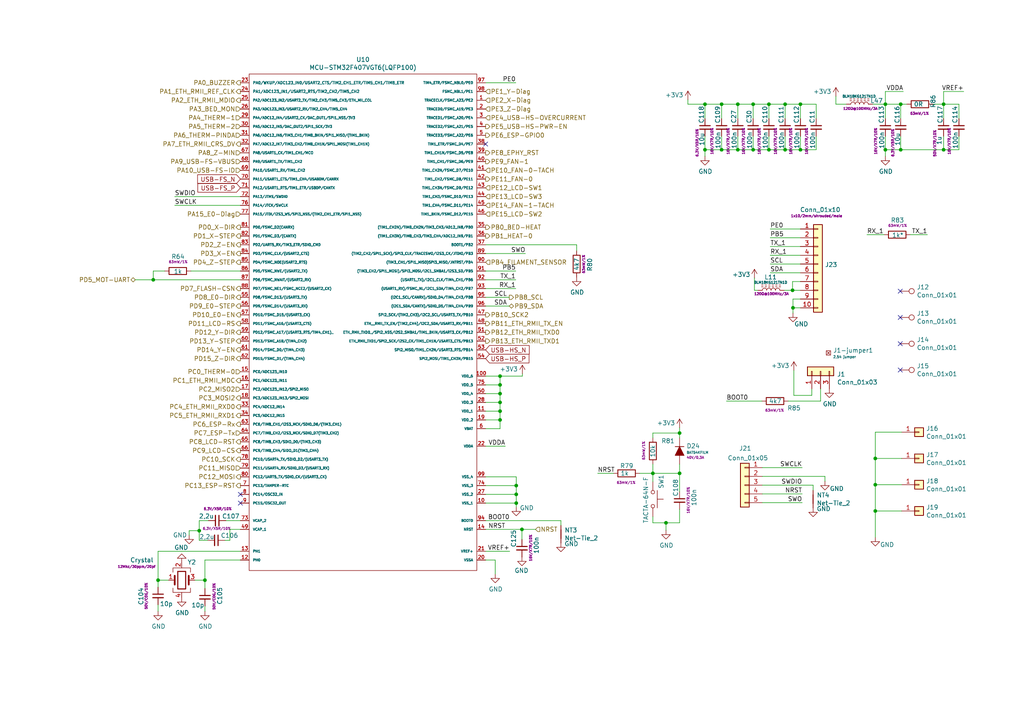
<source format=kicad_sch>
(kicad_sch (version 20211123) (generator eeschema)
  (paper "A4")
  (title_block (title "Buddy") (date "2019-10-24") (rev "v1.0.0") (company "PRUSA Research s.r.o.") (comment 1 "http://creativecommons.org/licenses/by-sa/4.0/") (comment 2 "Licensed under the Attribution-ShareAlike 4.0 International (CC BY-SA 4.0)"))
  (lib_symbols
    (symbol "BUDDY_v1.0.0-rescue:D_ALT-Device" (pin_numbers hide) (pin_names (offset 1.016) hide)
      (property "Reference" "D" (at 0 2.54 0))
      (property "Value" "D_ALT-Device" (at 0 -2.54 0))
      (symbol "D_ALT-Device_1_1"
        (pin passive line (at -3.81 0 0) (length 2.54) (name "K") (number "1"))
        (pin passive line (at 3.81 0 180) (length 2.54) (name "A") (number "2"))
      )
    )
    (symbol "BUDDY_v1.0.0-rescue:L_Core_Ferrite-Device" (pin_numbers hide) (pin_names (offset 1.016) hide)
      (property "Reference" "L" (at -1.27 0 90))
      (property "Value" "L_Core_Ferrite-Device" (at 2.794 0 90))
      (symbol "L_Core_Ferrite-Device_1_1"
        (pin passive line (at 0 3.81 270) (length 1.27) (name "1") (number "1"))
        (pin passive line (at 0 -3.81 90) (length 1.27) (name "2") (number "2"))
      )
    )
    (symbol "BUDDY_v1.0.0-rescue:MCU-STM32F407VGT6(LQFP100)-MCU_ST_STM32F4" (pin_names (offset 1.016))
      (property "Reference" "U" (at -33.0708 43.2562 0))
      (property "Value" "MCU-STM32F407VGT6(LQFP100)-MCU_ST_STM32F4" (at -35.052 55.372 0))
      (symbol "MCU-STM32F407VGT6(LQFP100)-MCU_ST_STM32F4_0_0"
        (pin bidirectional line (at 35.56 35.56 180) (length 2.54) (name "TRACECLK/FSMC_A23/PE2") (number "1"))
        (pin bidirectional line (at 35.56 -81.28 180) (length 2.54) (name "VSS_1") (number "10"))
        (pin power_in line (at 35.56 -44.45 180) (length 2.54) (name "VDD_6") (number "100"))
        (pin power_in line (at 35.56 -54.61 180) (length 2.54) (name "VDD_1") (number "11"))
        (pin bidirectional line (at -35.56 -97.79 0) (length 2.54) (name "PH0") (number "12"))
        (pin bidirectional line (at -35.56 -95.25 0) (length 2.54) (name "PH1") (number "13"))
        (pin bidirectional line (at 35.56 -88.9 180) (length 2.54) (name "NRST") (number "14"))
        (pin bidirectional line (at -35.56 -43.18 0) (length 2.54) (name "PC0/ADC123_IN10") (number "15"))
        (pin bidirectional line (at -35.56 -45.72 0) (length 2.54) (name "PC1/ADC123_IN11") (number "16"))
        (pin bidirectional line (at -35.56 -48.26 0) (length 2.54) (name "PC2/ADC123_IN12/SPI2_MISO") (number "17"))
        (pin bidirectional line (at -35.56 -50.8 0) (length 2.54) (name "PC3/ADC123_IN13/SPI2_MOSI") (number "18"))
        (pin power_in line (at 35.56 -57.15 180) (length 2.54) (name "VDD_2") (number "19"))
        (pin bidirectional line (at 35.56 33.02 180) (length 2.54) (name "TRACED0/FSMC_A19/PE3") (number "2"))
        (pin bidirectional line (at 35.56 -97.79 180) (length 2.54) (name "VSSA") (number "20"))
        (pin bidirectional line (at 35.56 -95.25 180) (length 2.54) (name "VREF+") (number "21"))
        (pin bidirectional line (at 35.56 -64.77 180) (length 2.54) (name "VDDA") (number "22"))
        (pin bidirectional line (at -35.56 40.64 0) (length 2.54) (name "PA0/WKUP/ADC123_IN0/USART2_CTS/TIM2_CH1_ETR/TIM5_CH1/TIM8_ETR") (number "23"))
        (pin bidirectional line (at -35.56 38.1 0) (length 2.54) (name "PA1/ADC123_IN1/USART2_RTS/TIM2_CH2/TIM5_CH2") (number "24"))
        (pin bidirectional line (at -35.56 35.56 0) (length 2.54) (name "PA2/ADC123_IN2/USART2_TX/TIM2_CH3/TIM5_CH3/ETH_MII_COL") (number "25"))
        (pin bidirectional line (at -35.56 33.02 0) (length 2.54) (name "PA3/ADC123_IN3/USART2_RX/TIM2_CH4/TIM5_CH4") (number "26"))
        (pin bidirectional line (at 35.56 -78.74 180) (length 2.54) (name "VSS_2") (number "27"))
        (pin power_in line (at 35.56 -52.07 180) (length 2.54) (name "VDD_3") (number "28"))
        (pin bidirectional line (at -35.56 30.48 0) (length 2.54) (name "PA4/ADC12_IN4/USART2_CK/DAC_OUT1/SPI1_NSS/3V3") (number "29"))
        (pin bidirectional line (at 35.56 30.48 180) (length 2.54) (name "TRACED1/FSMC_A20/PE4") (number "3"))
        (pin bidirectional line (at -35.56 27.94 0) (length 2.54) (name "PA5/ADC12_IN5/DAC_OUT2/SPI1_SCK/3V3") (number "30"))
        (pin bidirectional line (at -35.56 25.4 0) (length 2.54) (name "PA6/ADC12_IN6/TIM3_CH1/TIM8_BKIN/SPI1_MISO/(TIM1_BKIN)") (number "31"))
        (pin bidirectional line (at -35.56 22.86 0) (length 2.54) (name "PA7/ADC12_IN7/TIM3_CH2/TIM8_CH1N/SPI1_MOSI(TIM1_CH1N)") (number "32"))
        (pin bidirectional line (at -35.56 -53.34 0) (length 2.54) (name "PC4/ADC12_IN14") (number "33"))
        (pin bidirectional line (at -35.56 -55.88 0) (length 2.54) (name "PC5/ADC12_IN15") (number "34"))
        (pin bidirectional line (at 35.56 -1.27 180) (length 2.54) (name "(TIM1_CH2N)/TIM8_CH2N/TIM3_CH3/AD12_IN8/PB0") (number "35"))
        (pin bidirectional line (at 35.56 -3.81 180) (length 2.54) (name "(TIM1_CH3N)/TIM8_CH3/TIM3_CH4/ADC12_IN9/PB1") (number "36"))
        (pin bidirectional line (at 35.56 -6.35 180) (length 2.54) (name "BOOT1/PB2") (number "37"))
        (pin bidirectional line (at 35.56 22.86 180) (length 2.54) (name "TIM1_ETR/FSMC_D4/PE7") (number "38"))
        (pin bidirectional line (at 35.56 20.32 180) (length 2.54) (name "TIM1_CH1N/FSMC_D5/PE8") (number "39"))
        (pin bidirectional line (at 35.56 27.94 180) (length 2.54) (name "TRACED2/FSMC_A21/PE5") (number "4"))
        (pin bidirectional line (at 35.56 17.78 180) (length 2.54) (name "TIM1_CH1/FSMC_D6/PE9") (number "40"))
        (pin bidirectional line (at 35.56 15.24 180) (length 2.54) (name "TIM1_CH2N/FSMC_D7/PE10") (number "41"))
        (pin bidirectional line (at 35.56 12.7 180) (length 2.54) (name "TIM1_CH2/FSMC_D8/PE11") (number "42"))
        (pin bidirectional line (at 35.56 10.16 180) (length 2.54) (name "TIM1_CH3N/FSMC_D9/PE12") (number "43"))
        (pin bidirectional line (at 35.56 7.62 180) (length 2.54) (name "TIM1_CH3/FSMC_D10/PE13") (number "44"))
        (pin bidirectional line (at 35.56 5.08 180) (length 2.54) (name "TIM1_CH4/FSMC_D11/PE14") (number "45"))
        (pin bidirectional line (at 35.56 2.54 180) (length 2.54) (name "TIM1_BKIN/FSMC_D12/PE15") (number "46"))
        (pin bidirectional line (at 35.56 -26.67 180) (length 2.54) (name "SPI2_SCK/(TIM2_CH3)/I2C2_SCL/USART3_TX/PB10") (number "47"))
        (pin bidirectional line (at 35.56 -29.21 180) (length 2.54) (name "ETH__RMII_TX_EN/(TIM2_CH4)/I2C2_SDA/USART3_RX/PB11") (number "48"))
        (pin bidirectional line (at -35.56 -88.9 0) (length 2.54) (name "VCAP_1") (number "49"))
        (pin bidirectional line (at 35.56 25.4 180) (length 2.54) (name "TRACED3/FSMC_A22/PE6") (number "5"))
        (pin power_in line (at 35.56 -49.53 180) (length 2.54) (name "VDD_4") (number "50"))
        (pin bidirectional line (at 35.56 -31.75 180) (length 2.54) (name "ETH_RMII_TXD0_/SPI2_NSS/I2S2_SMBA1/TIM1_BKIN/USART3_CK/PB12") (number "51"))
        (pin bidirectional line (at 35.56 -34.29 180) (length 2.54) (name "ETH_RMII_TXD1/SPI2_SCK/I2S2_CK/TIM1_CH1N/USART3_CTS/PB13") (number "52"))
        (pin bidirectional line (at 35.56 -36.83 180) (length 2.54) (name "SPI2_MISO/TIM1_CH2N/USART3_RTS/PB14") (number "53"))
        (pin bidirectional line (at 35.56 -39.37 180) (length 2.54) (name "SPI2_MOSI/TIM1_CH3N/PB15") (number "54"))
        (pin bidirectional line (at -35.56 -21.59 0) (length 2.54) (name "PD8/FSMC_D13/(USART3_TX)") (number "55"))
        (pin bidirectional line (at -35.56 -24.13 0) (length 2.54) (name "PD9/FSMC_D14/(USART3_RX)") (number "56"))
        (pin bidirectional line (at -35.56 -26.67 0) (length 2.54) (name "PD10/FSMC_D15/(USART3_CK)") (number "57"))
        (pin bidirectional line (at -35.56 -29.21 0) (length 2.54) (name "PD11/FSMC_A16/(USART3_CTS)") (number "58"))
        (pin bidirectional line (at -35.56 -31.75 0) (length 2.54) (name "PD12/FSMC_A17/(USART3_RTS/TIM4_CH1)_") (number "59"))
        (pin power_in line (at 35.56 -59.69 180) (length 2.54) (name "VBAT") (number "6"))
        (pin bidirectional line (at -35.56 -34.29 0) (length 2.54) (name "PD13/FSMC_A18/(TIM4_CH2)") (number "60"))
        (pin bidirectional line (at -35.56 -36.83 0) (length 2.54) (name "PD14/FSMC_D0/(TIM4_CH3)") (number "61"))
        (pin bidirectional line (at -35.56 -39.37 0) (length 2.54) (name "PD15/FSMC_D1/(TIM4_CH4)") (number "62"))
        (pin bidirectional line (at -35.56 -58.42 0) (length 2.54) (name "PC6/TIM8_CH1/I2S3_MCK/SDIO_D6/(TIM3_CH1)") (number "63"))
        (pin bidirectional line (at -35.56 -60.96 0) (length 2.54) (name "PC7/TIM8_CH2/I2S3_MCK/SDIO_D7(TIM3_CH2)") (number "64"))
        (pin bidirectional line (at -35.56 -63.5 0) (length 2.54) (name "PC8/TIM8_CH3/SDIO_D0/(TIM3_CH3)") (number "65"))
        (pin bidirectional line (at -35.56 -66.04 0) (length 2.54) (name "PC9/TIM8_CH4/SIDO_D1(TIM3_CH4)") (number "66"))
        (pin bidirectional line (at -35.56 20.32 0) (length 2.54) (name "PA8/USART1_CK/TIM1_CH1/MCO") (number "67"))
        (pin bidirectional line (at -35.56 17.78 0) (length 2.54) (name "PA9/USART1_TX/TIM1_CH2") (number "68"))
        (pin bidirectional line (at -35.56 15.24 0) (length 2.54) (name "PA10/USART1_RX/TIM1_CH2") (number "69"))
        (pin bidirectional line (at -35.56 -76.2 0) (length 2.54) (name "PC13/TAMPER-RTC") (number "7"))
        (pin bidirectional line (at -35.56 12.7 0) (length 2.54) (name "PA11/USART1_CTS/TIM1_CH4/USABDM/CANRX") (number "70"))
        (pin bidirectional line (at -35.56 10.16 0) (length 2.54) (name "PA12/USART1_RTS/TIM1_ETR/USBDP/CANTX") (number "71"))
        (pin bidirectional line (at -35.56 7.62 0) (length 2.54) (name "PA13/JTMS/SWDIO") (number "72"))
        (pin bidirectional line (at -35.56 -86.36 0) (length 2.54) (name "VCAP_2") (number "73"))
        (pin bidirectional line (at 35.56 -76.2 180) (length 2.54) (name "VSS_3") (number "74"))
        (pin power_in line (at 35.56 -46.99 180) (length 2.54) (name "VDD_5") (number "75"))
        (pin bidirectional line (at -35.56 5.08 0) (length 2.54) (name "PA14/JTCK/SWCLK") (number "76"))
        (pin bidirectional line (at -35.56 2.54 0) (length 2.54) (name "PA15/JTDI/I2S3_WS/SPI3_NSS/(TIM2_CH1_ETR/SPI1_NSS)") (number "77"))
        (pin bidirectional line (at -35.56 -68.58 0) (length 2.54) (name "PC10/USART4_TX/SDIO_D2/(USART3_TX)") (number "78"))
        (pin bidirectional line (at -35.56 -71.12 0) (length 2.54) (name "PC11/USART4_RX/SDIO_D3/(USART3_RX)") (number "79"))
        (pin bidirectional line (at -35.56 -78.74 0) (length 2.54) (name "PC14/OSC32_IN") (number "8"))
        (pin bidirectional line (at -35.56 -73.66 0) (length 2.54) (name "PC12/UART5_TX/SDIO_CK/(USART3_CK)") (number "80"))
        (pin bidirectional line (at -35.56 -1.27 0) (length 2.54) (name "PD0/FSMC_D2(CANRX)") (number "81"))
        (pin bidirectional line (at -35.56 -3.81 0) (length 2.54) (name "PD1/FSMC_D3/(CANTX)") (number "82"))
        (pin bidirectional line (at -35.56 -6.35 0) (length 2.54) (name "PD2/UART5_RX/TIM3_ETR/SDIO_CMD") (number "83"))
        (pin bidirectional line (at -35.56 -8.89 0) (length 2.54) (name "PD3/FSMC_CLK/(USART2_CTS)") (number "84"))
        (pin bidirectional line (at -35.56 -11.43 0) (length 2.54) (name "PD4/FSMC_NOE(USART2_RTS)") (number "85"))
        (pin bidirectional line (at -35.56 -13.97 0) (length 2.54) (name "PD5/FSMC_NWE/(USART2_TX)") (number "86"))
        (pin bidirectional line (at -35.56 -16.51 0) (length 2.54) (name "PD6/FSMC_NWAIT/(USART2_RX)") (number "87"))
        (pin bidirectional line (at -35.56 -19.05 0) (length 2.54) (name "PD7/FSMC_NE1/FSMC_NCE2/(USART2_CK)") (number "88"))
        (pin bidirectional line (at 35.56 -8.89 180) (length 2.54) (name "(TIM2_CH2/SPI1_SCK)/SPI3_CLK/TRACESWO/I2S3_CK/JTDIO/PB3") (number "89"))
        (pin bidirectional line (at -35.56 -81.28 0) (length 2.54) (name "PC15/OSC32_OUT") (number "9"))
        (pin bidirectional line (at 35.56 -11.43 180) (length 2.54) (name "(TIM3_CH1/SPI1_MISO)SPI3_MISO/JNTRST/PB4") (number "90"))
        (pin bidirectional line (at 35.56 -13.97 180) (length 2.54) (name "(TIM3_CH2/SPI1_MOSI)/SPI3_MOSI/I2C1_SMBA1/I2S3_SD/PB5") (number "91"))
        (pin bidirectional line (at 35.56 -16.51 180) (length 2.54) (name "(USART1_TX)/I2C1_CLK/TIM4_CH1/PB6") (number "92"))
        (pin bidirectional line (at 35.56 -19.05 180) (length 2.54) (name "(USART1_RX)/FSMC_NL/I2C1_SDA/TIM4_CH2/PB7") (number "93"))
        (pin bidirectional line (at 35.56 -86.36 180) (length 2.54) (name "BOOT0") (number "94"))
        (pin bidirectional line (at 35.56 -21.59 180) (length 2.54) (name "(I2C1_SCL/CANRX)/SDIO_D4/TIM4_CH3/PB8") (number "95"))
        (pin bidirectional line (at 35.56 -24.13 180) (length 2.54) (name "(I2C1_SDA/CANTX)/SDIO_D5/TIM4_CH4/PB9") (number "96"))
        (pin bidirectional line (at 35.56 40.64 180) (length 2.54) (name "TIM4_ETR/FSMC_NBL0/PE0") (number "97"))
        (pin bidirectional line (at 35.56 38.1 180) (length 2.54) (name "FSMC_NBL1/PE1") (number "98"))
        (pin bidirectional line (at 35.56 -73.66 180) (length 2.54) (name "VSS_4") (number "99"))
      )
    )
    (symbol "BUDDY_v1.0.0-rescue:MEC-A3IDES-rescue" (pin_names (offset 1.016))
      (property "Reference" "M" (at 1.27 1.016 0))
      (property "Value" "MEC-A3IDES-rescue" (at 1.27 -0.762 0))
    )
    (symbol "BUDDY_v1.0.0-rescue:Net-Tie_2-Device" (pin_numbers hide) (pin_names (offset 0) hide)
      (property "Reference" "NT" (at 0 1.27 0))
      (property "Value" "Net-Tie_2-Device" (at 0 -1.27 0))
      (symbol "Net-Tie_2-Device_1_1"
        (pin passive line (at -2.54 0 0) (length 2.54) (name "1") (number "1"))
        (pin passive line (at 2.54 0 180) (length 2.54) (name "2") (number "2"))
      )
    )
    (symbol "BUDDY_v1.0.0-rescue:TestPoint_0-Connector" (pin_numbers hide) (pin_names (offset 0.762) hide)
      (property "Reference" "TP" (at 0 6.858 0))
      (property "Value" "TestPoint_0-Connector" (at 0 5.08 0))
      (symbol "TestPoint_0-Connector_1_1"
        (pin passive line (at 0 0 90) (length 2.54) (name "~") (number "~"))
      )
    )
    (symbol "Connector_Generic:Conn_01x01" (pin_names (offset 1.016) hide)
      (property "Reference" "J" (at 0 2.54 0))
      (property "Value" "Conn_01x01" (at 0 -2.54 0))
      (symbol "Conn_01x01_1_1"
        (pin passive line (at -5.08 0 0) (length 3.81) (name "Pin_1") (number "1"))
      )
    )
    (symbol "Connector_Generic:Conn_01x03" (pin_names (offset 1.016) hide)
      (property "Reference" "J" (at 0 5.08 0))
      (property "Value" "Conn_01x03" (at 0 -5.08 0))
      (symbol "Conn_01x03_1_1"
        (pin passive line (at -5.08 2.54 0) (length 3.81) (name "Pin_1") (number "1"))
        (pin passive line (at -5.08 0 0) (length 3.81) (name "Pin_2") (number "2"))
        (pin passive line (at -5.08 -2.54 0) (length 3.81) (name "Pin_3") (number "3"))
      )
    )
    (symbol "Connector_Generic:Conn_01x05" (pin_names (offset 1.016) hide)
      (property "Reference" "J" (at 0 7.62 0))
      (property "Value" "Conn_01x05" (at 0 -7.62 0))
      (symbol "Conn_01x05_1_1"
        (pin passive line (at -5.08 5.08 0) (length 3.81) (name "Pin_1") (number "1"))
        (pin passive line (at -5.08 2.54 0) (length 3.81) (name "Pin_2") (number "2"))
        (pin passive line (at -5.08 0 0) (length 3.81) (name "Pin_3") (number "3"))
        (pin passive line (at -5.08 -2.54 0) (length 3.81) (name "Pin_4") (number "4"))
        (pin passive line (at -5.08 -5.08 0) (length 3.81) (name "Pin_5") (number "5"))
      )
    )
    (symbol "Connector_Generic:Conn_01x10" (pin_names (offset 1.016) hide)
      (property "Reference" "J" (at 0 12.7 0))
      (property "Value" "Conn_01x10" (at 0 -15.24 0))
      (symbol "Conn_01x10_1_1"
        (pin passive line (at -5.08 10.16 0) (length 3.81) (name "Pin_1") (number "1"))
        (pin passive line (at -5.08 -12.7 0) (length 3.81) (name "Pin_10") (number "10"))
        (pin passive line (at -5.08 7.62 0) (length 3.81) (name "Pin_2") (number "2"))
        (pin passive line (at -5.08 5.08 0) (length 3.81) (name "Pin_3") (number "3"))
        (pin passive line (at -5.08 2.54 0) (length 3.81) (name "Pin_4") (number "4"))
        (pin passive line (at -5.08 0 0) (length 3.81) (name "Pin_5") (number "5"))
        (pin passive line (at -5.08 -2.54 0) (length 3.81) (name "Pin_6") (number "6"))
        (pin passive line (at -5.08 -5.08 0) (length 3.81) (name "Pin_7") (number "7"))
        (pin passive line (at -5.08 -7.62 0) (length 3.81) (name "Pin_8") (number "8"))
        (pin passive line (at -5.08 -10.16 0) (length 3.81) (name "Pin_9") (number "9"))
      )
    )
    (symbol "Device:C_Small" (pin_numbers hide) (pin_names (offset 0.254) hide)
      (property "Reference" "C" (at 0.254 1.778 0))
      (property "Value" "C_Small" (at 0.254 -2.032 0))
      (symbol "C_Small_1_1"
        (pin passive line (at 0 2.54 270) (length 2.032) (name "~") (number "1"))
        (pin passive line (at 0 -2.54 90) (length 2.032) (name "~") (number "2"))
      )
    )
    (symbol "Device:Crystal_GND24" (pin_names (offset 1.016) hide)
      (property "Reference" "Y" (at 3.175 5.08 0))
      (property "Value" "Crystal_GND24" (at 3.175 3.175 0))
      (symbol "Crystal_GND24_1_1"
        (pin passive line (at -3.81 0 0) (length 1.27) (name "1") (number "1"))
        (pin passive line (at 0 5.08 270) (length 1.27) (name "2") (number "2"))
        (pin passive line (at 3.81 0 180) (length 1.27) (name "3") (number "3"))
        (pin passive line (at 0 -5.08 90) (length 1.27) (name "4") (number "4"))
      )
    )
    (symbol "Device:R" (pin_numbers hide) (pin_names (offset 0))
      (property "Reference" "R" (at 2.032 0 90))
      (property "Value" "R" (at 0 0 90))
      (symbol "R_1_1"
        (pin passive line (at 0 3.81 270) (length 1.27) (name "~") (number "1"))
        (pin passive line (at 0 -3.81 90) (length 1.27) (name "~") (number "2"))
      )
    )
    (symbol "Switch:SW_Push" (pin_numbers hide) (pin_names (offset 1.016) hide)
      (property "Reference" "SW" (at 1.27 2.54 0))
      (property "Value" "SW_Push" (at 0 -1.524 0))
      (symbol "SW_Push_0_1"
        (pin passive line (at -5.08 0 0) (length 2.54) (name "1") (number "1"))
        (pin passive line (at 5.08 0 180) (length 2.54) (name "2") (number "2"))
      )
    )
    (symbol "power:+3.3V" (power) (pin_names (offset 0))
      (property "Value" "+3.3V" (at 0 3.556 0))
      (symbol "+3.3V_1_1"
        (pin power_in line (at 0 0 90) (length 0) hide (name "+3V3") (number "1"))
      )
    )
    (symbol "power:GND" (power) (pin_names (offset 0))
      (property "Value" "GND" (at 0 -3.81 0))
      (symbol "GND_1_1"
        (pin power_in line (at 0 0 270) (length 0) hide (name "GND") (number "1"))
      )
    )
  )
  (junction (at 204.47 43.434))
  (junction (at 57.785 153.924))
  (junction (at 145.034 109.093))
  (junction (at 149.733 140.843))
  (junction (at 261.239 43.434))
  (junction (at 256.794 43.434))
  (junction (at 209.296 30.226))
  (junction (at 273.685 30.226))
  (junction (at 197.104 125.603))
  (junction (at 253.873 148.209))
  (junction (at 253.873 132.969))
  (junction (at 59.436 168.275))
  (junction (at 145.034 114.173))
  (junction (at 145.034 111.633))
  (junction (at 256.794 30.226))
  (junction (at 149.733 143.383))
  (junction (at 223.012 43.434))
  (junction (at 261.239 30.226))
  (junction (at 227.711 43.434))
  (junction (at 218.44 30.226))
  (junction (at 232.156 30.226))
  (junction (at 232.156 43.434))
  (junction (at 193.167 151.638))
  (junction (at 218.44 43.434))
  (junction (at 227.711 30.226))
  (junction (at 229.87 84.201))
  (junction (at 229.997 89.281))
  (junction (at 223.012 30.226))
  (junction (at 44.45 81.153))
  (junction (at 149.733 145.923))
  (junction (at 145.034 116.713))
  (junction (at 145.034 119.253))
  (junction (at 213.995 30.226))
  (junction (at 273.685 43.434))
  (junction (at 209.296 43.434))
  (junction (at 253.873 140.589))
  (junction (at 204.47 30.226))
  (junction (at 151.384 153.543))
  (junction (at 45.847 168.275))
  (junction (at 145.034 121.793))
  (junction (at 189.357 137.287))
  (junction (at 197.104 137.287))
  (junction (at 213.995 43.434))
  (no_connect (at 261.112 92.075))
  (no_connect (at 69.723 145.923))
  (no_connect (at 140.843 41.783))
  (no_connect (at 261.112 107.315))
  (no_connect (at 69.723 143.383))
  (no_connect (at 261.112 84.455))
  (no_connect (at 261.112 99.695))
  (wire (pts (xy 59.436 168.275) (xy 59.436 162.433)))
  (wire (pts (xy 140.843 159.893) (xy 147.828 159.893)))
  (wire (pts (xy 199.517 30.226) (xy 199.517 28.956)))
  (wire (pts (xy 228.6 116.332) (xy 237.998 116.332)))
  (wire (pts (xy 273.685 30.226) (xy 273.685 34.417)))
  (wire (pts (xy 273.685 43.434) (xy 278.13 43.434)))
  (wire (pts (xy 242.443 30.226) (xy 245.491 30.226)))
  (wire (pts (xy 69.723 151.003) (xy 65.532 151.003)))
  (wire (pts (xy 59.436 162.433) (xy 69.723 162.433)))
  (wire (pts (xy 204.47 43.434) (xy 209.296 43.434)))
  (wire (pts (xy 44.45 81.153) (xy 69.723 81.153)))
  (wire (pts (xy 273.685 30.226) (xy 273.685 26.543)))
  (wire (pts (xy 193.167 153.797) (xy 193.167 151.638)))
  (wire (pts (xy 145.034 124.333) (xy 140.843 124.333)))
  (wire (pts (xy 197.104 151.638) (xy 193.167 151.638)))
  (wire (pts (xy 44.45 78.613) (xy 47.752 78.613)))
  (wire (pts (xy 145.034 109.093) (xy 145.034 111.633)))
  (wire (pts (xy 235.458 112.776) (xy 235.458 114.681)))
  (wire (pts (xy 256.794 43.434) (xy 261.239 43.434)))
  (wire (pts (xy 270.637 30.226) (xy 273.685 30.226)))
  (wire (pts (xy 204.47 43.434) (xy 204.47 39.497)))
  (wire (pts (xy 197.104 137.287) (xy 197.104 134.62)))
  (wire (pts (xy 45.847 177.292) (xy 45.847 175.387)))
  (wire (pts (xy 140.843 86.233) (xy 147.701 86.233)))
  (wire (pts (xy 235.458 114.681) (xy 230.251 114.681)))
  (wire (pts (xy 140.843 114.173) (xy 145.034 114.173)))
  (wire (pts (xy 140.843 138.303) (xy 149.733 138.303)))
  (wire (pts (xy 193.167 151.638) (xy 189.357 151.638)))
  (wire (pts (xy 140.843 121.793) (xy 145.034 121.793)))
  (wire (pts (xy 55.372 78.613) (xy 69.723 78.613)))
  (wire (pts (xy 45.847 168.275) (xy 48.895 168.275)))
  (wire (pts (xy 229.997 86.741) (xy 232.156 86.741)))
  (wire (pts (xy 57.785 156.718) (xy 57.785 153.924)))
  (wire (pts (xy 236.728 30.226) (xy 236.728 34.417)))
  (wire (pts (xy 140.843 119.253) (xy 145.034 119.253)))
  (wire (pts (xy 239.268 138.176) (xy 239.268 139.573)))
  (wire (pts (xy 278.13 30.226) (xy 278.13 34.417)))
  (wire (pts (xy 218.821 80.645) (xy 218.821 84.201)))
  (wire (pts (xy 218.44 43.434) (xy 223.012 43.434)))
  (wire (pts (xy 143.637 162.433) (xy 143.637 166.497)))
  (wire (pts (xy 256.413 68.072) (xy 251.46 68.072)))
  (wire (pts (xy 253.111 30.226) (xy 256.794 30.226)))
  (wire (pts (xy 229.87 81.661) (xy 232.156 81.661)))
  (wire (pts (xy 261.493 140.589) (xy 253.873 140.589)))
  (wire (pts (xy 59.436 175.768) (xy 59.436 177.292)))
  (wire (pts (xy 218.44 30.226) (xy 213.995 30.226)))
  (wire (pts (xy 227.711 39.497) (xy 227.711 43.434)))
  (wire (pts (xy 253.873 125.349) (xy 253.873 132.969)))
  (wire (pts (xy 140.843 109.093) (xy 145.034 109.093)))
  (wire (pts (xy 261.239 43.434) (xy 273.685 43.434)))
  (wire (pts (xy 197.104 137.287) (xy 189.357 137.287)))
  (wire (pts (xy 242.443 30.226) (xy 242.443 27.94)))
  (wire (pts (xy 227.711 43.434) (xy 232.156 43.434)))
  (wire (pts (xy 140.843 70.993) (xy 167.259 70.993)))
  (wire (pts (xy 256.794 30.226) (xy 261.239 30.226)))
  (wire (pts (xy 253.873 132.969) (xy 253.873 140.589)))
  (wire (pts (xy 60.198 156.718) (xy 57.785 156.718)))
  (wire (pts (xy 145.034 116.713) (xy 145.034 119.253)))
  (wire (pts (xy 44.45 81.153) (xy 39.243 81.153)))
  (wire (pts (xy 65.278 156.718) (xy 66.675 156.718)))
  (wire (pts (xy 209.296 43.434) (xy 213.995 43.434)))
  (wire (pts (xy 44.45 81.153) (xy 44.45 78.613)))
  (wire (pts (xy 197.104 127) (xy 197.104 125.603)))
  (wire (pts (xy 140.843 151.003) (xy 162.687 151.003)))
  (wire (pts (xy 151.511 108.458) (xy 151.511 109.093)))
  (wire (pts (xy 223.012 39.497) (xy 223.012 43.434)))
  (wire (pts (xy 209.296 39.497) (xy 209.296 43.434)))
  (wire (pts (xy 232.664 145.796) (xy 221.107 145.796)))
  (wire (pts (xy 149.733 140.843) (xy 149.733 138.303)))
  (wire (pts (xy 54.864 155.194) (xy 54.864 153.924)))
  (wire (pts (xy 145.034 119.253) (xy 145.034 121.793)))
  (wire (pts (xy 197.104 142.621) (xy 197.104 137.287)))
  (wire (pts (xy 210.693 116.332) (xy 220.98 116.332)))
  (wire (pts (xy 56.515 168.275) (xy 59.436 168.275)))
  (wire (pts (xy 256.794 30.226) (xy 256.794 34.417)))
  (wire (pts (xy 140.843 111.633) (xy 145.034 111.633)))
  (wire (pts (xy 236.728 30.226) (xy 232.156 30.226)))
  (wire (pts (xy 273.685 39.497) (xy 273.685 43.434)))
  (wire (pts (xy 140.843 73.533) (xy 152.4 73.533)))
  (wire (pts (xy 229.997 89.281) (xy 229.997 86.741)))
  (wire (pts (xy 229.997 90.805) (xy 229.997 89.281)))
  (wire (pts (xy 189.357 137.287) (xy 189.357 134.62)))
  (wire (pts (xy 213.995 30.226) (xy 213.995 34.417)))
  (wire (pts (xy 204.47 43.434) (xy 204.47 45.339)))
  (wire (pts (xy 140.843 145.923) (xy 149.733 145.923)))
  (wire (pts (xy 189.357 137.287) (xy 189.357 139.7)))
  (wire (pts (xy 227.457 84.201) (xy 229.87 84.201)))
  (wire (pts (xy 140.843 116.713) (xy 145.034 116.713)))
  (wire (pts (xy 189.357 125.603) (xy 197.104 125.603)))
  (wire (pts (xy 145.034 121.793) (xy 145.034 124.333)))
  (wire (pts (xy 223.393 79.121) (xy 232.156 79.121)))
  (wire (pts (xy 256.794 26.543) (xy 262.001 26.543)))
  (wire (pts (xy 213.995 43.434) (xy 218.44 43.434)))
  (wire (pts (xy 66.675 153.543) (xy 69.723 153.543)))
  (wire (pts (xy 209.296 30.226) (xy 213.995 30.226)))
  (wire (pts (xy 232.156 30.226) (xy 227.711 30.226)))
  (wire (pts (xy 145.034 111.633) (xy 145.034 114.173)))
  (wire (pts (xy 162.687 151.003) (xy 162.687 152.4)))
  (wire (pts (xy 227.711 30.226) (xy 223.012 30.226)))
  (wire (pts (xy 253.873 140.589) (xy 253.873 148.209)))
  (wire (pts (xy 223.012 30.226) (xy 223.012 34.417)))
  (wire (pts (xy 140.843 24.003) (xy 149.606 24.003)))
  (wire (pts (xy 66.675 156.718) (xy 66.675 153.543)))
  (wire (pts (xy 50.673 59.563) (xy 69.723 59.563)))
  (wire (pts (xy 273.685 26.543) (xy 279.527 26.543)))
  (wire (pts (xy 256.794 39.497) (xy 256.794 43.434)))
  (wire (pts (xy 140.843 88.773) (xy 147.701 88.773)))
  (wire (pts (xy 140.843 129.413) (xy 146.558 129.413)))
  (wire (pts (xy 268.986 68.072) (xy 264.033 68.072)))
  (wire (pts (xy 54.864 153.924) (xy 57.785 153.924)))
  (wire (pts (xy 223.393 71.501) (xy 232.156 71.501)))
  (wire (pts (xy 261.493 125.349) (xy 253.873 125.349)))
  (wire (pts (xy 253.873 148.209) (xy 253.873 155.829)))
  (wire (pts (xy 232.156 66.421) (xy 223.393 66.421)))
  (wire (pts (xy 50.673 57.023) (xy 69.723 57.023)))
  (wire (pts (xy 204.47 30.226) (xy 209.296 30.226)))
  (wire (pts (xy 45.847 170.307) (xy 45.847 168.275)))
  (wire (pts (xy 236.728 43.434) (xy 236.728 39.497)))
  (wire (pts (xy 221.107 138.176) (xy 239.268 138.176)))
  (wire (pts (xy 177.927 137.287) (xy 173.355 137.287)))
  (wire (pts (xy 221.107 143.256) (xy 232.664 143.256)))
  (wire (pts (xy 221.107 135.636) (xy 232.664 135.636)))
  (wire (pts (xy 253.873 132.969) (xy 261.493 132.969)))
  (wire (pts (xy 140.843 83.693) (xy 149.606 83.693)))
  (wire (pts (xy 213.995 39.497) (xy 213.995 43.434)))
  (wire (pts (xy 189.357 151.638) (xy 189.357 149.86)))
  (wire (pts (xy 149.733 143.383) (xy 149.733 140.843)))
  (wire (pts (xy 219.837 84.201) (xy 218.821 84.201)))
  (wire (pts (xy 261.239 30.226) (xy 261.239 34.417)))
  (wire (pts (xy 189.357 127) (xy 189.357 125.603)))
  (wire (pts (xy 140.843 143.383) (xy 149.733 143.383)))
  (wire (pts (xy 140.843 81.153) (xy 149.606 81.153)))
  (wire (pts (xy 197.104 147.701) (xy 197.104 151.638)))
  (wire (pts (xy 223.393 76.581) (xy 232.156 76.581)))
  (wire (pts (xy 140.843 140.843) (xy 149.733 140.843)))
  (wire (pts (xy 232.156 30.226) (xy 232.156 34.417)))
  (wire (pts (xy 149.733 147.066) (xy 149.733 145.923)))
  (wire (pts (xy 197.104 125.603) (xy 197.104 124.079)))
  (wire (pts (xy 223.012 30.226) (xy 218.44 30.226)))
  (wire (pts (xy 149.733 145.923) (xy 149.733 143.383)))
  (wire (pts (xy 223.012 43.434) (xy 227.711 43.434)))
  (wire (pts (xy 273.685 30.226) (xy 278.13 30.226)))
  (wire (pts (xy 229.87 81.661) (xy 229.87 84.201)))
  (wire (pts (xy 167.259 70.993) (xy 167.259 72.771)))
  (wire (pts (xy 140.843 162.433) (xy 143.637 162.433)))
  (wire (pts (xy 256.794 43.434) (xy 256.794 45.339)))
  (wire (pts (xy 140.843 153.543) (xy 151.384 153.543)))
  (wire (pts (xy 230.251 114.681) (xy 230.251 107.442)))
  (wire (pts (xy 57.785 153.924) (xy 57.785 151.003)))
  (wire (pts (xy 221.107 140.716) (xy 235.839 140.716)))
  (wire (pts (xy 151.384 153.543) (xy 155.321 153.543)))
  (wire (pts (xy 278.13 43.434) (xy 278.13 39.497)))
  (wire (pts (xy 57.785 151.003) (xy 60.452 151.003)))
  (wire (pts (xy 261.239 43.434) (xy 261.239 39.497)))
  (wire (pts (xy 140.843 78.613) (xy 149.606 78.613)))
  (wire (pts (xy 227.711 30.226) (xy 227.711 34.417)))
  (wire (pts (xy 59.436 170.688) (xy 59.436 168.275)))
  (wire (pts (xy 145.034 114.173) (xy 145.034 116.713)))
  (wire (pts (xy 45.847 159.893) (xy 45.847 168.275)))
  (wire (pts (xy 232.156 43.434) (xy 232.156 39.497)))
  (wire (pts (xy 204.47 30.226) (xy 204.47 34.417)))
  (wire (pts (xy 218.44 39.497) (xy 218.44 43.434)))
  (wire (pts (xy 232.156 43.434) (xy 236.728 43.434)))
  (wire (pts (xy 151.384 156.464) (xy 151.384 153.543)))
  (wire (pts (xy 232.156 89.281) (xy 229.997 89.281)))
  (wire (pts (xy 253.873 148.209) (xy 261.493 148.209)))
  (wire (pts (xy 145.034 109.093) (xy 151.511 109.093)))
  (wire (pts (xy 223.393 74.041) (xy 232.156 74.041)))
  (wire (pts (xy 256.794 30.226) (xy 256.794 26.543)))
  (wire (pts (xy 45.847 159.893) (xy 69.723 159.893)))
  (wire (pts (xy 235.839 140.716) (xy 235.839 142.24)))
  (wire (pts (xy 185.547 137.287) (xy 189.357 137.287)))
  (wire (pts (xy 199.517 30.226) (xy 204.47 30.226)))
  (wire (pts (xy 237.998 116.332) (xy 237.998 112.776)))
  (wire (pts (xy 229.87 84.201) (xy 232.156 84.201)))
  (wire (pts (xy 261.239 30.226) (xy 263.017 30.226)))
  (wire (pts (xy 218.44 30.226) (xy 218.44 34.417)))
  (wire (pts (xy 209.296 30.226) (xy 209.296 34.417)))
  (wire (pts (xy 232.156 68.961) (xy 223.393 68.961)))
  (label "VDDA" (at 146.558 129.413 180))
  (label "NRST" (at 141.605 153.543 0))
  (label "SWDIO" (at 50.673 57.023 0))
  (label "TX_1" (at 268.986 68.072 180))
  (label "PE0" (at 149.606 24.003 180))
  (label "SCL" (at 223.393 76.581 0))
  (label "TX_1" (at 223.393 71.501 0))
  (label "PE0" (at 223.393 66.421 0))
  (label "SDA" (at 147.066 88.773 180))
  (label "SWCLK" (at 50.673 59.563 0))
  (label "SWO" (at 152.4 73.533 180))
  (label "VREF+" (at 147.828 159.893 180))
  (label "TX_1" (at 149.606 81.153 180))
  (label "VDDA" (at 262.001 26.543 180))
  (label "RX_1" (at 251.46 68.072 0))
  (label "SWO" (at 232.664 145.796 180))
  (label "SCL" (at 147.066 86.233 180))
  (label "VREF+" (at 279.527 26.543 180))
  (label "SWDIO" (at 232.664 140.716 180))
  (label "NRST" (at 232.664 143.256 180))
  (label "SWCLK" (at 232.664 135.636 180))
  (label "SDA" (at 223.393 79.121 0))
  (label "NRST" (at 173.355 137.287 0))
  (label "PB5" (at 223.393 68.961 0))
  (label "PB5" (at 149.606 78.613 180))
  (label "RX_1" (at 149.606 83.693 180))
  (label "BOOT0" (at 210.693 116.332 0))
  (label "RX_1" (at 223.393 74.041 0))
  (label "BOOT0" (at 147.828 151.003 180))
  (global_label "USB-FS_N" (shape input) (at 69.723 51.943 180) (property "Intersheet References" "${INTERSHEET_REFS}" (effects hide)))
  (global_label "USB-HS_P" (shape input) (at 140.843 104.013 0) (property "Intersheet References" "${INTERSHEET_REFS}" (effects hide)))
  (global_label "USB-HS_N" (shape input) (at 140.843 101.473 0) (property "Intersheet References" "${INTERSHEET_REFS}" (effects hide)))
  (global_label "USB-FS_P" (shape input) (at 69.723 54.483 180) (property "Intersheet References" "${INTERSHEET_REFS}" (effects hide)))
  (hierarchical_label "PE3_Z-Diag" (shape input) (at 140.843 31.623 0))
  (hierarchical_label "PE4_USB-HS-OVERCURRENT" (shape input) (at 140.843 34.163 0))
  (hierarchical_label "PA0_BUZZER" (shape output) (at 69.723 24.003 180))
  (hierarchical_label "PC11_MISO" (shape input) (at 69.723 135.763 180))
  (hierarchical_label "PD7_FLASH-CSN" (shape output) (at 69.723 83.693 180))
  (hierarchical_label "PA1_ETH_RMII_REF_CLK" (shape output) (at 69.723 26.543 180))
  (hierarchical_label "PB1_HEAT-0" (shape output) (at 140.843 68.453 0))
  (hierarchical_label "PB12_ETH_RMII_TXD0" (shape output) (at 140.843 96.393 0))
  (hierarchical_label "PB10_SCK2" (shape output) (at 140.843 91.313 0))
  (hierarchical_label "NRST" (shape input) (at 155.321 153.543 0))
  (hierarchical_label "PC13_ESP-RST" (shape output) (at 69.723 140.843 180))
  (hierarchical_label "PC5_ETH_RMII_RXD1" (shape output) (at 69.723 120.523 180))
  (hierarchical_label "PE1_Y-Diag" (shape input) (at 140.843 26.543 0))
  (hierarchical_label "PE13_LCD-SW3" (shape input) (at 140.843 57.023 0))
  (hierarchical_label "PE8_EPHY_RST" (shape output) (at 140.843 44.323 0))
  (hierarchical_label "PC6_ESP-Rx" (shape output) (at 69.723 123.063 180))
  (hierarchical_label "PB4_FILAMENT_SENSOR" (shape input) (at 140.843 76.073 0))
  (hierarchical_label "PA2_ETH_RMII_MDIO" (shape output) (at 69.723 29.083 180))
  (hierarchical_label "PA7_ETH_RMII_CRS_DV" (shape output) (at 69.723 41.783 180))
  (hierarchical_label "PD4_Z-STEP" (shape output) (at 69.723 76.073 180))
  (hierarchical_label "PE11_FAN-0" (shape output) (at 140.843 51.943 0))
  (hierarchical_label "PB13_ETH_RMII_TXD1" (shape output) (at 140.843 98.933 0))
  (hierarchical_label "PD2_Z-EN" (shape output) (at 69.723 70.993 180))
  (hierarchical_label "PD8_E0-DIR" (shape output) (at 69.723 86.233 180))
  (hierarchical_label "PD0_X-DIR" (shape output) (at 69.723 65.913 180))
  (hierarchical_label "PA9_USB-FS-VBUS" (shape input) (at 69.723 46.863 180))
  (hierarchical_label "PC10_SCK" (shape output) (at 69.723 133.223 180))
  (hierarchical_label "PD1_X-STEP" (shape output) (at 69.723 68.453 180))
  (hierarchical_label "PD11_LCD-RS" (shape output) (at 69.723 93.853 180))
  (hierarchical_label "PE9_FAN-1" (shape output) (at 140.843 46.863 0))
  (hierarchical_label "PB0_BED-HEAT" (shape output) (at 140.843 65.913 0))
  (hierarchical_label "PC7_ESP-Tx" (shape input) (at 69.723 125.603 180))
  (hierarchical_label "PD5_MOT-UART" (shape bidirectional) (at 39.243 81.153 180))
  (hierarchical_label "PE5_USB-HS-PWR-EN" (shape output) (at 140.843 36.703 0))
  (hierarchical_label "PC3_MOSI2" (shape output) (at 69.723 115.443 180))
  (hierarchical_label "PE14_FAN-1-TACH" (shape input) (at 140.843 59.563 0))
  (hierarchical_label "PE15_LCD-SW2" (shape input) (at 140.843 62.103 0))
  (hierarchical_label "PD10_E0-EN" (shape output) (at 69.723 91.313 180))
  (hierarchical_label "PA5_THERM-2" (shape input) (at 69.723 36.703 180))
  (hierarchical_label "PC12_MOSI" (shape output) (at 69.723 138.303 180))
  (hierarchical_label "PC0_THERM-0" (shape input) (at 69.723 107.823 180))
  (hierarchical_label "PD13_Y-STEP" (shape output) (at 69.723 98.933 180))
  (hierarchical_label "PA8_Z-MIN" (shape input) (at 69.723 44.323 180))
  (hierarchical_label "PE12_LCD-SW1" (shape input) (at 140.843 54.483 0))
  (hierarchical_label "PE2_X-Diag" (shape input) (at 140.843 29.083 0))
  (hierarchical_label "PC8_LCD-RST" (shape output) (at 69.723 128.143 180))
  (hierarchical_label "PD9_E0-STEP" (shape output) (at 69.723 88.773 180))
  (hierarchical_label "PD14_Y-EN" (shape output) (at 69.723 101.473 180))
  (hierarchical_label "PC9_LCD-CS" (shape output) (at 69.723 130.683 180))
  (hierarchical_label "PB11_ETH_RMII_TX_EN" (shape output) (at 140.843 93.853 0))
  (hierarchical_label "PA3_BED_MON" (shape input) (at 69.723 31.623 180))
  (hierarchical_label "PC4_ETH_RMII_RXD0" (shape output) (at 69.723 117.983 180))
  (hierarchical_label "PD15_Z-DIR" (shape output) (at 69.723 104.013 180))
  (hierarchical_label "PA4_THERM-1" (shape input) (at 69.723 34.163 180))
  (hierarchical_label "PE10_FAN-0-TACH" (shape input) (at 140.843 49.403 0))
  (hierarchical_label "PC1_ETH_RMII_MDC" (shape output) (at 69.723 110.363 180))
  (hierarchical_label "PA10_USB-FS-ID" (shape input) (at 69.723 49.403 180))
  (hierarchical_label "PD3_X-EN" (shape output) (at 69.723 73.533 180))
  (hierarchical_label "PA15_E0-Diag" (shape input) (at 69.723 62.103 180))
  (hierarchical_label "PB9_SDA" (shape bidirectional) (at 147.701 88.773 0))
  (hierarchical_label "PA6_THERM-PINDA" (shape input) (at 69.723 39.243 180))
  (hierarchical_label "PE6_ESP-GPIO0" (shape output) (at 140.843 39.243 0))
  (hierarchical_label "PD12_Y-DIR" (shape output) (at 69.723 96.393 180))
  (hierarchical_label "PB8_SCL" (shape output) (at 147.701 86.233 0))
  (hierarchical_label "PC2_MISO2" (shape input) (at 69.723 112.903 180))
  (symbol (lib_id "power:+3.3V") (at 199.517 28.956 0) (unit 1)
    (property "Reference" "#PWR0180" (effects hide))
    (property "Value" "+3.3V" (at 195.58 27.559 0))
  )
  (symbol (lib_id "power:GND") (at 204.47 45.339 0) (unit 1)
    (property "Reference" "#PWR0181" (effects hide))
    (property "Value" "GND" (at 204.597 49.7332 0))
  )
  (symbol (lib_id "power:+3.3V") (at 242.443 27.94 0) (unit 1)
    (property "Reference" "#PWR0174" (effects hide))
    (property "Value" "+3.3V" (at 238.506 26.543 0))
  )
  (symbol (lib_id "power:GND") (at 256.794 45.339 0) (unit 1)
    (property "Reference" "#PWR0193" (effects hide))
    (property "Value" "GND" (at 256.921 49.7332 0))
  )
  (symbol (lib_id "Device:C_Small") (at 204.47 36.957 0) (unit 1)
    (property "Reference" "C118" (at 203.454 35.814 90) (effects (justify left)))
    (property "Value" "10u" (at 203.581 42.291 90) (effects (justify left)))
    (property "Footprint" "A3IDES_footprints:C_0603_1608Metric" (effects hide))
    (property "req" "6,3V/X5R/10%" (at 202.184 45.466 90) (effects (font (size 0.7112 0.7112)) (justify left)))
  )
  (symbol (lib_id "BUDDY_v1.0.0-rescue:D_ALT-Device") (at 197.104 130.81 270) (unit 1)
    (property "Reference" "D24" (at 199.1106 129.3622 90) (effects (justify left)))
    (property "Value" "BAT54KFILM" (at 199.1106 131.2418 90) (effects (font (size 0.7112 0.7112)) (justify left)))
    (property "Footprint" "Diode_SMD:D_SOD-523" (effects hide))
    (property "req" "40V/0,3A" (at 199.1106 132.6896 90) (effects (font (size 0.7112 0.7112)) (justify left)))
  )
  (symbol (lib_id "Connector_Generic:Conn_01x05") (at 216.027 140.716 0) (mirror y) (unit 1)
    (property "Reference" "J21" (at 216.154 130.048 0))
    (property "Value" "Conn_01x05" (at 216.916 132.842 0))
    (property "Footprint" "Connector_PinHeader_2.54mm:PinHeader_1x05_P2.54mm_Vertical" (effects hide))
  )
  (symbol (lib_id "power:GND") (at 239.268 139.573 0) (unit 1)
    (property "Reference" "#PWR047" (effects hide))
    (property "Value" "GND" (at 242.697 141.732 0))
  )
  (symbol (lib_id "Device:C_Small") (at 236.728 36.957 0) (unit 1)
    (property "Reference" "C11" (at 235.585 35.814 90) (effects (justify left)))
    (property "Value" "100n" (at 235.712 43.18 90) (effects (justify left)))
    (property "Footprint" "A3IDES_footprints:C_0402_1005Metric" (effects hide))
    (property "req" "16V/X7R/10%" (at 233.934 44.831 90) (effects (font (size 0.7112 0.7112)) (justify left)))
  )
  (symbol (lib_id "power:GND") (at 52.705 173.355 0) (unit 1)
    (property "Reference" "#PWR0191" (effects hide))
    (property "Value" "GND" (at 52.832 177.7492 0))
  )
  (symbol (lib_id "power:GND") (at 52.705 163.195 180) (unit 1)
    (property "Reference" "#PWR0192" (effects hide))
    (property "Value" "GND" (at 52.578 158.8008 0))
  )
  (symbol (lib_id "Device:R") (at 51.562 78.613 90) (unit 1)
    (property "Reference" "R64" (at 53.594 74.422 90) (effects (justify left)))
    (property "Value" "1k" (at 52.832 78.74 90) (effects (justify left)))
    (property "Footprint" "A3IDES_footprints:R_0402_1005Metric" (effects hide))
    (property "req" "63mW/1%" (at 51.689 75.946 90) (effects (font (size 0.7112 0.7112))))
  )
  (symbol (lib_id "Connector_Generic:Conn_01x01") (at 266.573 125.349 0) (unit 1)
    (property "Reference" "J16" (at 268.605 124.2822 0) (effects (justify left)))
    (property "Value" "Conn_01x01" (at 268.605 126.5936 0) (effects (justify left)))
    (property "Footprint" "A3IDES_footprints:MountingHole_3.2mm_M3_ISO14580_Pad" (effects hide))
  )
  (symbol (lib_id "Connector_Generic:Conn_01x01") (at 266.573 132.969 0) (unit 1)
    (property "Reference" "J17" (at 268.605 131.9022 0) (effects (justify left)))
    (property "Value" "Conn_01x01" (at 268.605 134.2136 0) (effects (justify left)))
    (property "Footprint" "A3IDES_footprints:MountingHole_3.2mm_M3_ISO14580_Pad" (effects hide))
  )
  (symbol (lib_id "Connector_Generic:Conn_01x01") (at 266.573 140.589 0) (unit 1)
    (property "Reference" "J18" (at 268.605 139.5222 0) (effects (justify left)))
    (property "Value" "Conn_01x01" (at 268.605 141.8336 0) (effects (justify left)))
    (property "Footprint" "A3IDES_footprints:MountingHole_3.2mm_M3_ISO14580_Pad" (effects hide))
  )
  (symbol (lib_id "Connector_Generic:Conn_01x01") (at 266.573 148.209 0) (unit 1)
    (property "Reference" "J19" (at 268.605 147.1422 0) (effects (justify left)))
    (property "Value" "Conn_01x01" (at 268.605 149.4536 0) (effects (justify left)))
    (property "Footprint" "A3IDES_footprints:MountingHole_3.2mm_M3_ISO14580_Pad" (effects hide))
  )
  (symbol (lib_id "power:GND") (at 253.873 155.829 0) (unit 1)
    (property "Reference" "#PWR0194" (effects hide))
    (property "Value" "GND" (at 257.302 157.988 0))
  )
  (symbol (lib_id "BUDDY_v1.0.0-rescue:TestPoint_0-Connector") (at 261.112 84.455 270) (unit 1)
    (property "Reference" "J12" (at 265.8872 83.2866 90) (effects (justify left)))
    (property "Value" "Conn_01x01" (at 265.8872 85.598 90) (effects (justify left)))
    (property "Footprint" "A3IDES_footprints:Fiducial_1mm_Dia_2.54mm_Outer_CopperTop" (effects hide))
  )
  (symbol (lib_id "BUDDY_v1.0.0-rescue:TestPoint_0-Connector") (at 261.112 92.075 270) (unit 1)
    (property "Reference" "J13" (at 265.8872 90.9066 90) (effects (justify left)))
    (property "Value" "Conn_01x01" (at 265.8872 93.218 90) (effects (justify left)))
    (property "Footprint" "A3IDES_footprints:Fiducial_1mm_Dia_2.54mm_Outer_CopperTop" (effects hide))
  )
  (symbol (lib_id "BUDDY_v1.0.0-rescue:TestPoint_0-Connector") (at 261.112 99.695 270) (unit 1)
    (property "Reference" "J14" (at 265.8872 98.5266 90) (effects (justify left)))
    (property "Value" "Conn_01x01" (at 265.8872 100.838 90) (effects (justify left)))
    (property "Footprint" "A3IDES_footprints:Fiducial_1mm_Dia_2.54mm_Outer_CopperTop" (effects hide))
  )
  (symbol (lib_id "BUDDY_v1.0.0-rescue:TestPoint_0-Connector") (at 261.112 107.315 270) (unit 1)
    (property "Reference" "J15" (at 265.8872 106.1466 90) (effects (justify left)))
    (property "Value" "Conn_01x01" (at 265.8872 108.458 90) (effects (justify left)))
    (property "Footprint" "A3IDES_footprints:Fiducial_1mm_Dia_2.54mm_Outer_CopperTop" (effects hide))
  )
  (symbol (lib_id "Connector_Generic:Conn_01x10") (at 237.236 76.581 0) (unit 1)
    (property "Reference" "J23" (at 239.268 76.7842 0) (effects (justify left)))
    (property "Value" "Conn_01x10" (at 232.029 60.833 0) (effects (justify left)))
    (property "Footprint" "A3IDES_footprints:MOLEX_559321010" (effects hide))
    (property "req" "1x10/2mm/shrouded/male" (at 236.855 62.611 0) (effects (font (size 0.7112 0.7112))))
  )
  (symbol (lib_id "power:+3.3V") (at 218.821 80.645 0) (unit 1)
    (property "Reference" "#PWR0183" (effects hide))
    (property "Value" "+3.3V" (at 215.011 79.629 0))
  )
  (symbol (lib_id "power:GND") (at 229.997 90.805 0) (unit 1)
    (property "Reference" "#PWR0184" (effects hide))
    (property "Value" "GND" (at 232.41 93.98 0))
  )
  (symbol (lib_id "Device:Crystal_GND24") (at 52.705 168.275 0) (unit 1)
    (property "Reference" "Y2" (at 55.626 163.068 0))
    (property "Value" "Crystal" (at 41.148 162.433 0))
    (property "Footprint" "A3IDES_footprints:Crystal-3.2x2.5mm" (effects hide))
    (property "req" "12Mhz/30ppm/20pf" (at 39.624 164.338 0) (effects (font (size 0.7112 0.7112))))
  )
  (symbol (lib_id "Device:C_Small") (at 59.436 173.228 0) (unit 1)
    (property "Reference" "C105" (at 63.754 175.387 90) (effects (justify left)))
    (property "Value" "10p" (at 55.499 175.514 0) (effects (justify left)))
    (property "Footprint" "A3IDES_footprints:C_0402_1005Metric" (effects hide))
    (property "req" "50V/C0G/10%" (at 62.103 176.911 90) (effects (font (size 0.7112 0.7112)) (justify left)))
  )
  (symbol (lib_id "Device:C_Small") (at 45.847 172.847 0) (unit 1)
    (property "Reference" "C104" (at 40.894 175.514 90) (effects (justify left)))
    (property "Value" "10p" (at 46.355 175.133 0) (effects (justify left)))
    (property "Footprint" "A3IDES_footprints:C_0402_1005Metric" (effects hide))
    (property "req" "50V/C0G/10%" (at 42.418 176.784 90) (effects (font (size 0.7112 0.7112)) (justify left)))
  )
  (symbol (lib_id "power:GND") (at 59.436 177.292 0) (unit 1)
    (property "Reference" "#PWR0172" (effects hide))
    (property "Value" "GND" (at 59.563 181.6862 0))
  )
  (symbol (lib_id "power:GND") (at 45.847 177.292 0) (unit 1)
    (property "Reference" "#PWR0170" (effects hide))
    (property "Value" "GND" (at 45.974 181.6862 0))
  )
  (symbol (lib_id "Switch:SW_Push") (at 189.357 144.78 270) (unit 1)
    (property "Reference" "SW1" (at 191.77 139.7 0))
    (property "Value" "TACTA-64N-F" (at 187.325 145.034 0))
    (property "Footprint" "A3IDES_footprints:TACT-90" (effects hide))
    (property "req" "0,05A/12VDC/1,6N" (effects hide))
  )
  (symbol (lib_id "power:+3.3V") (at 197.104 124.079 0) (unit 1)
    (property "Reference" "#PWR0176" (effects hide))
    (property "Value" "+3.3V" (at 193.167 122.682 0))
  )
  (symbol (lib_id "power:GND") (at 193.167 153.797 0) (unit 1)
    (property "Reference" "#PWR0177" (effects hide))
    (property "Value" "GND" (at 193.294 158.1912 0))
  )
  (symbol (lib_id "BUDDY_v1.0.0-rescue:MCU-STM32F407VGT6(LQFP100)-MCU_ST_STM32F4") (at 105.283 64.643 0) (unit 1)
    (property "Reference" "U10" (at 105.283 17.272 0))
    (property "Value" "MCU-STM32F407VGT6(LQFP100)" (at 105.283 19.5834 0))
    (property "Footprint" "A3IDES_footprints:LQFP-100_14x14mm_P0.5mm" (effects hide))
    (property "Pole4" "None" (effects hide))
    (property "Pole5" "STM32F407VGT6" (effects hide))
    (property "Pole6" "Unavailable" (effects hide))
    (property "Pole7" "STMicroelectronics" (effects hide))
    (property "Pole8" "STM32 Series 32-bit 1024 kB Flash 192 kB RAM ARM Based Microcontroller - LQFP-100" (effects hide))
  )
  (symbol (lib_id "Device:R") (at 260.223 68.072 90) (unit 1)
    (property "Reference" "R83" (at 262.255 63.881 90) (effects (justify left)))
    (property "Value" "1k*" (at 262.128 68.199 90) (effects (justify left)))
    (property "Footprint" "A3IDES_footprints:R_0402_1005Metric" (effects hide))
    (property "req" "63mW/1%" (at 260.35 65.405 90) (effects (font (size 0.7112 0.7112))))
  )
  (symbol (lib_id "Device:R") (at 224.79 116.332 270) (unit 1)
    (property "Reference" "R85" (at 228.346 118.364 90) (effects (justify left)))
    (property "Value" "4k7" (at 223.012 116.332 90) (effects (justify left)))
    (property "Footprint" "A3IDES_footprints:R_0402_1005Metric" (effects hide))
    (property "req" "63mW/1%" (at 224.663 118.999 90) (effects (font (size 0.7112 0.7112))))
  )
  (symbol (lib_id "Connector_Generic:Conn_01x03") (at 237.998 107.696 90) (unit 1)
    (property "Reference" "J1" (at 242.7732 108.5596 90) (effects (justify right)))
    (property "Value" "Conn_01x03" (at 242.7732 110.871 90) (effects (justify right)))
    (property "Footprint" "Connector_PinHeader_2.54mm:PinHeader_1x03_P2.54mm_Vertical" (effects hide))
  )
  (symbol (lib_id "power:GND") (at 240.538 112.776 0) (unit 1)
    (property "Reference" "#PWR0185" (effects hide))
    (property "Value" "GND" (at 240.665 117.1702 0))
  )
  (symbol (lib_id "power:+3.3V") (at 230.251 107.442 0) (unit 1)
    (property "Reference" "#PWR0186" (effects hide))
    (property "Value" "+3.3V" (at 226.314 106.045 0))
  )
  (symbol (lib_id "BUDDY_v1.0.0-rescue:L_Core_Ferrite-Device") (at 223.647 84.201 90) (unit 1)
    (property "Reference" "L11" (at 223.52 80.391 90))
    (property "Value" "BLM18KG121TN1D" (at 223.52 81.915 90) (effects (font (size 0.7112 0.7112))))
    (property "Footprint" "A3IDES_footprints:R_0603_1608Metric" (effects hide))
    (property "req" "120Ω@100MHz/3A" (at 223.774 85.217 90) (effects (font (size 0.7112 0.7112))))
  )
  (symbol (lib_id "BUDDY_v1.0.0-rescue:Net-Tie_2-Device") (at 162.687 154.94 270) (unit 1)
    (property "Reference" "NT3" (at 163.7284 153.7716 90) (effects (justify left)))
    (property "Value" "Net-Tie_2" (at 163.7284 156.083 90) (effects (justify left)))
    (property "Footprint" "NetTie:NetTie-2_SMD_Pad0.5mm" (effects hide))
  )
  (symbol (lib_id "power:GND") (at 162.687 157.48 0) (unit 1)
    (property "Reference" "#PWR0215" (effects hide))
    (property "Value" "GND" (at 165.735 157.734 0))
  )
  (symbol (lib_id "BUDDY_v1.0.0-rescue:Net-Tie_2-Device") (at 235.839 144.78 270) (unit 1)
    (property "Reference" "NT4" (at 236.8804 143.6116 90) (effects (justify left)))
    (property "Value" "Net-Tie_2" (at 236.8804 145.923 90) (effects (justify left)))
    (property "Footprint" "NetTie:NetTie-2_SMD_Pad0.5mm" (effects hide))
  )
  (symbol (lib_id "power:GND") (at 235.839 147.32 0) (unit 1)
    (property "Reference" "#PWR0216" (effects hide))
    (property "Value" "GND" (at 238.887 147.574 0))
  )
  (symbol (lib_id "Device:C_Small") (at 62.738 156.718 270) (unit 1)
    (property "Reference" "C106" (at 64.008 155.321 90) (effects (justify left)))
    (property "Value" "2,2u" (at 57.785 155.702 90) (effects (justify left)))
    (property "Footprint" "A3IDES_footprints:C_0603_1608Metric" (effects hide))
    (property "req" "6,3V/X5R/10%" (at 58.801 153.289 90) (effects (font (size 0.7112 0.7112)) (justify left)))
  )
  (symbol (lib_id "Device:C_Small") (at 62.992 151.003 270) (unit 1)
    (property "Reference" "C107" (at 64.389 149.733 90) (effects (justify left)))
    (property "Value" "2,2u" (at 57.658 149.733 90) (effects (justify left)))
    (property "Footprint" "A3IDES_footprints:C_0603_1608Metric" (effects hide))
    (property "req" "6,3V/X5R/10%" (at 59.055 147.574 90) (effects (font (size 0.7112 0.7112)) (justify left)))
  )
  (symbol (lib_id "power:GND") (at 54.864 155.194 0) (unit 1)
    (property "Reference" "#PWR0171" (effects hide))
    (property "Value" "GND" (at 52.197 155.194 0))
  )
  (symbol (lib_id "Device:C_Small") (at 213.995 36.957 0) (unit 1)
    (property "Reference" "C27" (at 212.852 35.814 90) (effects (justify left)))
    (property "Value" "100n" (at 212.979 43.18 90) (effects (justify left)))
    (property "Footprint" "A3IDES_footprints:C_0402_1005Metric" (effects hide))
    (property "req" "16V/X7R/10%" (at 211.201 44.831 90) (effects (font (size 0.7112 0.7112)) (justify left)))
  )
  (symbol (lib_id "Device:C_Small") (at 218.44 36.957 0) (unit 1)
    (property "Reference" "C30" (at 217.297 35.814 90) (effects (justify left)))
    (property "Value" "100n" (at 217.424 43.18 90) (effects (justify left)))
    (property "Footprint" "A3IDES_footprints:C_0402_1005Metric" (effects hide))
    (property "req" "16V/X7R/10%" (at 215.646 44.831 90) (effects (font (size 0.7112 0.7112)) (justify left)))
  )
  (symbol (lib_id "Device:C_Small") (at 223.012 36.957 0) (unit 1)
    (property "Reference" "C110" (at 221.869 35.814 90) (effects (justify left)))
    (property "Value" "100n" (at 221.996 43.18 90) (effects (justify left)))
    (property "Footprint" "A3IDES_footprints:C_0402_1005Metric" (effects hide))
    (property "req" "16V/X7R/10%" (at 220.218 44.831 90) (effects (font (size 0.7112 0.7112)) (justify left)))
  )
  (symbol (lib_id "Device:C_Small") (at 227.711 36.957 0) (unit 1)
    (property "Reference" "C111" (at 226.568 35.814 90) (effects (justify left)))
    (property "Value" "100n" (at 226.695 43.18 90) (effects (justify left)))
    (property "Footprint" "A3IDES_footprints:C_0402_1005Metric" (effects hide))
    (property "req" "16V/X7R/10%" (at 224.917 44.831 90) (effects (font (size 0.7112 0.7112)) (justify left)))
  )
  (symbol (lib_id "Device:C_Small") (at 232.156 36.957 0) (unit 1)
    (property "Reference" "C112" (at 231.013 35.814 90) (effects (justify left)))
    (property "Value" "100n" (at 231.14 43.18 90) (effects (justify left)))
    (property "Footprint" "A3IDES_footprints:C_0402_1005Metric" (effects hide))
    (property "req" "16V/X7R/10%" (at 229.362 44.831 90) (effects (font (size 0.7112 0.7112)) (justify left)))
  )
  (symbol (lib_id "Device:C_Small") (at 256.794 36.957 0) (unit 1)
    (property "Reference" "C113" (at 255.651 35.814 90) (effects (justify left)))
    (property "Value" "100n" (at 255.778 43.18 90) (effects (justify left)))
    (property "Footprint" "A3IDES_footprints:C_0402_1005Metric" (effects hide))
    (property "req" "16V/X7R/10%" (at 254 44.831 90) (effects (font (size 0.7112 0.7112)) (justify left)))
  )
  (symbol (lib_id "Device:C_Small") (at 278.13 36.957 0) (unit 1)
    (property "Reference" "C114" (at 276.987 35.814 90) (effects (justify left)))
    (property "Value" "100n" (at 277.114 43.18 90) (effects (justify left)))
    (property "Footprint" "A3IDES_footprints:C_0402_1005Metric" (effects hide))
    (property "req" "16V/X7R/10%" (at 275.336 44.831 90) (effects (font (size 0.7112 0.7112)) (justify left)))
  )
  (symbol (lib_id "Device:C_Small") (at 197.104 145.161 0) (unit 1)
    (property "Reference" "C108" (at 195.961 144.018 90) (effects (justify left)))
    (property "Value" "100n" (at 201.295 146.812 90) (effects (justify left)))
    (property "Footprint" "A3IDES_footprints:C_0402_1005Metric" (effects hide))
    (property "req" "16V/X7R/10%" (at 199.644 148.971 90) (effects (font (size 0.7112 0.7112)) (justify left)))
  )
  (symbol (lib_id "Device:R") (at 167.259 76.581 180) (unit 1)
    (property "Reference" "R80" (at 171.069 74.803 90) (effects (justify left)))
    (property "Value" "4k7" (at 167.259 74.803 90) (effects (justify left)))
    (property "Footprint" "A3IDES_footprints:R_0402_1005Metric" (effects hide))
    (property "req" "63mW/1%" (at 169.291 76.581 90) (effects (font (size 0.7112 0.7112))))
  )
  (symbol (lib_id "power:GND") (at 167.259 80.391 0) (unit 1)
    (property "Reference" "#PWR0179" (effects hide))
    (property "Value" "GND" (at 167.386 84.7852 0))
  )
  (symbol (lib_id "Device:R") (at 181.737 137.287 270) (unit 1)
    (property "Reference" "R79" (at 179.832 135.128 90) (effects (justify left)))
    (property "Value" "1k" (at 179.959 137.287 90) (effects (justify left)))
    (property "Footprint" "A3IDES_footprints:R_0402_1005Metric" (effects hide))
    (property "req" "63mW/1%" (at 181.61 139.954 90) (effects (font (size 0.7112 0.7112))))
  )
  (symbol (lib_id "Device:R") (at 189.357 130.81 180) (unit 1)
    (property "Reference" "R81" (at 195.707 127.889 0) (effects (justify left)))
    (property "Value" "10k" (at 189.357 129.032 90) (effects (justify left)))
    (property "Footprint" "A3IDES_footprints:R_0402_1005Metric" (effects hide))
    (property "req" "63mW/1%" (at 186.69 130.683 90) (effects (font (size 0.7112 0.7112))))
  )
  (symbol (lib_id "Device:C_Small") (at 209.296 36.957 0) (unit 1)
    (property "Reference" "C109" (at 208.153 35.814 90) (effects (justify left)))
    (property "Value" "100n" (at 208.28 43.18 90) (effects (justify left)))
    (property "Footprint" "A3IDES_footprints:C_0402_1005Metric" (effects hide))
    (property "req" "16V/X7R/10%" (at 206.502 44.831 90) (effects (font (size 0.7112 0.7112)) (justify left)))
  )
  (symbol (lib_id "BUDDY_v1.0.0-rescue:L_Core_Ferrite-Device") (at 249.301 30.226 90) (unit 1)
    (property "Reference" "L47" (at 254.254 29.21 90))
    (property "Value" "BLM18KG121TN1D" (at 249.174 27.94 90) (effects (font (size 0.7112 0.7112))))
    (property "Footprint" "A3IDES_footprints:R_0603_1608Metric" (effects hide))
    (property "req" "120Ω@100MHz/3A" (at 249.555 31.496 90) (effects (font (size 0.7112 0.7112))))
  )
  (symbol (lib_id "Device:C_Small") (at 261.239 36.957 0) (unit 1)
    (property "Reference" "C116" (at 260.223 35.814 90) (effects (justify left)))
    (property "Value" "10u" (at 260.35 42.291 90) (effects (justify left)))
    (property "Footprint" "A3IDES_footprints:C_0603_1608Metric" (effects hide))
    (property "req" "6,3V/X5R/10%" (at 258.953 45.466 90) (effects (font (size 0.7112 0.7112)) (justify left)))
  )
  (symbol (lib_id "Device:R") (at 266.827 30.226 270) (unit 1)
    (property "Reference" "R86" (at 270.637 27.432 0) (effects (justify left)))
    (property "Value" "0R" (at 265.049 30.226 90) (effects (justify left)))
    (property "Footprint" "A3IDES_footprints:R_0402_1005Metric" (effects hide))
    (property "req" "63mW/1%" (at 266.7 32.893 90) (effects (font (size 0.7112 0.7112))))
  )
  (symbol (lib_id "Device:C_Small") (at 273.685 36.957 0) (unit 1)
    (property "Reference" "C117" (at 272.669 35.814 90) (effects (justify left)))
    (property "Value" "1u" (at 272.415 42.037 90) (effects (justify left)))
    (property "Footprint" "A3IDES_footprints:C_0603_1608Metric" (effects hide))
    (property "req" "50V/X7R/10%" (at 271.145 45.466 90) (effects (font (size 0.7112 0.7112)) (justify left)))
  )
  (symbol (lib_id "power:GND") (at 143.637 166.497 0) (unit 1)
    (property "Reference" "#PWR0173" (effects hide))
    (property "Value" "GND" (at 143.764 170.8912 0))
  )
  (symbol (lib_id "power:GND") (at 149.733 147.066 0) (unit 1)
    (property "Reference" "#PWR0175" (effects hide))
    (property "Value" "GND" (at 152.781 147.32 0))
  )
  (symbol (lib_id "Device:C_Small") (at 151.384 159.004 0) (unit 1)
    (property "Reference" "C125" (at 148.971 158.75 90) (effects (justify left)))
    (property "Value" "100n" (at 155.575 160.655 90) (effects (justify left)))
    (property "Footprint" "A3IDES_footprints:C_0402_1005Metric" (effects hide))
    (property "req" "16V/X7R/10%" (at 153.924 162.814 90) (effects (font (size 0.7112 0.7112)) (justify left)))
  )
  (symbol (lib_id "power:GND") (at 151.384 161.544 0) (unit 1)
    (property "Reference" "#PWR0231" (effects hide))
    (property "Value" "GND" (at 151.257 165.481 0))
  )
  (symbol (lib_id "power:+3.3V") (at 151.511 108.458 0) (unit 1)
    (property "Reference" "#PWR0225" (effects hide))
    (property "Value" "+3.3V" (at 147.574 107.061 0))
  )
  (symbol (lib_id "BUDDY_v1.0.0-rescue:MEC-A3IDES-rescue") (at 239.903 102.997 0) (unit 1)
    (property "Reference" "J1-jumper1" (at 241.6302 101.6254 0) (effects (justify left)))
    (property "Value" "2,54 jumper" (at 241.6302 103.505 0) (effects (font (size 0.7112 0.7112)) (justify left)))
    (property "Footprint" "A3IDES_footprints:MEC" (effects hide))
  )
)
</source>
